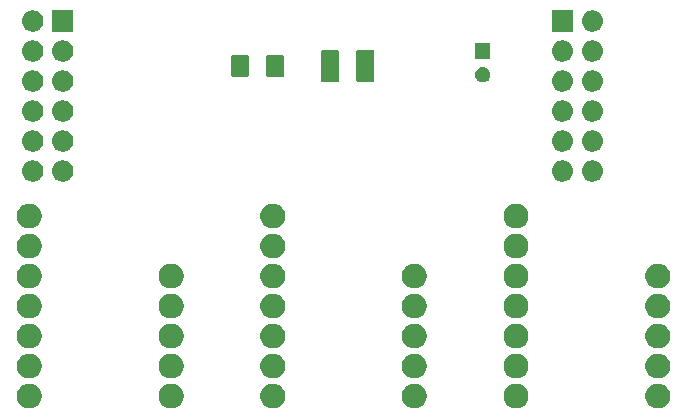
<source format=gbr>
G04 #@! TF.GenerationSoftware,KiCad,Pcbnew,(5.1.4)-1*
G04 #@! TF.CreationDate,2019-11-15T21:57:58+01:00*
G04 #@! TF.ProjectId,LEDClock,4c454443-6c6f-4636-9b2e-6b696361645f,rev?*
G04 #@! TF.SameCoordinates,Original*
G04 #@! TF.FileFunction,Soldermask,Top*
G04 #@! TF.FilePolarity,Negative*
%FSLAX46Y46*%
G04 Gerber Fmt 4.6, Leading zero omitted, Abs format (unit mm)*
G04 Created by KiCad (PCBNEW (5.1.4)-1) date 2019-11-15 21:57:58*
%MOMM*%
%LPD*%
G04 APERTURE LIST*
%ADD10C,0.100000*%
G04 APERTURE END LIST*
D10*
G36*
X170156564Y-93269389D02*
G01*
X170347833Y-93348615D01*
X170347835Y-93348616D01*
X170519973Y-93463635D01*
X170666365Y-93610027D01*
X170781385Y-93782167D01*
X170860611Y-93973436D01*
X170901000Y-94176484D01*
X170901000Y-94383516D01*
X170860611Y-94586564D01*
X170781385Y-94777833D01*
X170781384Y-94777835D01*
X170666365Y-94949973D01*
X170519973Y-95096365D01*
X170347835Y-95211384D01*
X170347834Y-95211385D01*
X170347833Y-95211385D01*
X170156564Y-95290611D01*
X169953516Y-95331000D01*
X169746484Y-95331000D01*
X169543436Y-95290611D01*
X169352167Y-95211385D01*
X169352166Y-95211385D01*
X169352165Y-95211384D01*
X169180027Y-95096365D01*
X169033635Y-94949973D01*
X168918616Y-94777835D01*
X168918615Y-94777833D01*
X168839389Y-94586564D01*
X168799000Y-94383516D01*
X168799000Y-94176484D01*
X168839389Y-93973436D01*
X168918615Y-93782167D01*
X169033635Y-93610027D01*
X169180027Y-93463635D01*
X169352165Y-93348616D01*
X169352167Y-93348615D01*
X169543436Y-93269389D01*
X169746484Y-93229000D01*
X169953516Y-93229000D01*
X170156564Y-93269389D01*
X170156564Y-93269389D01*
G37*
G36*
X128956564Y-93269389D02*
G01*
X129147833Y-93348615D01*
X129147835Y-93348616D01*
X129319973Y-93463635D01*
X129466365Y-93610027D01*
X129581385Y-93782167D01*
X129660611Y-93973436D01*
X129701000Y-94176484D01*
X129701000Y-94383516D01*
X129660611Y-94586564D01*
X129581385Y-94777833D01*
X129581384Y-94777835D01*
X129466365Y-94949973D01*
X129319973Y-95096365D01*
X129147835Y-95211384D01*
X129147834Y-95211385D01*
X129147833Y-95211385D01*
X128956564Y-95290611D01*
X128753516Y-95331000D01*
X128546484Y-95331000D01*
X128343436Y-95290611D01*
X128152167Y-95211385D01*
X128152166Y-95211385D01*
X128152165Y-95211384D01*
X127980027Y-95096365D01*
X127833635Y-94949973D01*
X127718616Y-94777835D01*
X127718615Y-94777833D01*
X127639389Y-94586564D01*
X127599000Y-94383516D01*
X127599000Y-94176484D01*
X127639389Y-93973436D01*
X127718615Y-93782167D01*
X127833635Y-93610027D01*
X127980027Y-93463635D01*
X128152165Y-93348616D01*
X128152167Y-93348615D01*
X128343436Y-93269389D01*
X128546484Y-93229000D01*
X128753516Y-93229000D01*
X128956564Y-93269389D01*
X128956564Y-93269389D01*
G37*
G36*
X116956564Y-93269389D02*
G01*
X117147833Y-93348615D01*
X117147835Y-93348616D01*
X117319973Y-93463635D01*
X117466365Y-93610027D01*
X117581385Y-93782167D01*
X117660611Y-93973436D01*
X117701000Y-94176484D01*
X117701000Y-94383516D01*
X117660611Y-94586564D01*
X117581385Y-94777833D01*
X117581384Y-94777835D01*
X117466365Y-94949973D01*
X117319973Y-95096365D01*
X117147835Y-95211384D01*
X117147834Y-95211385D01*
X117147833Y-95211385D01*
X116956564Y-95290611D01*
X116753516Y-95331000D01*
X116546484Y-95331000D01*
X116343436Y-95290611D01*
X116152167Y-95211385D01*
X116152166Y-95211385D01*
X116152165Y-95211384D01*
X115980027Y-95096365D01*
X115833635Y-94949973D01*
X115718616Y-94777835D01*
X115718615Y-94777833D01*
X115639389Y-94586564D01*
X115599000Y-94383516D01*
X115599000Y-94176484D01*
X115639389Y-93973436D01*
X115718615Y-93782167D01*
X115833635Y-93610027D01*
X115980027Y-93463635D01*
X116152165Y-93348616D01*
X116152167Y-93348615D01*
X116343436Y-93269389D01*
X116546484Y-93229000D01*
X116753516Y-93229000D01*
X116956564Y-93269389D01*
X116956564Y-93269389D01*
G37*
G36*
X137556564Y-93269389D02*
G01*
X137747833Y-93348615D01*
X137747835Y-93348616D01*
X137919973Y-93463635D01*
X138066365Y-93610027D01*
X138181385Y-93782167D01*
X138260611Y-93973436D01*
X138301000Y-94176484D01*
X138301000Y-94383516D01*
X138260611Y-94586564D01*
X138181385Y-94777833D01*
X138181384Y-94777835D01*
X138066365Y-94949973D01*
X137919973Y-95096365D01*
X137747835Y-95211384D01*
X137747834Y-95211385D01*
X137747833Y-95211385D01*
X137556564Y-95290611D01*
X137353516Y-95331000D01*
X137146484Y-95331000D01*
X136943436Y-95290611D01*
X136752167Y-95211385D01*
X136752166Y-95211385D01*
X136752165Y-95211384D01*
X136580027Y-95096365D01*
X136433635Y-94949973D01*
X136318616Y-94777835D01*
X136318615Y-94777833D01*
X136239389Y-94586564D01*
X136199000Y-94383516D01*
X136199000Y-94176484D01*
X136239389Y-93973436D01*
X136318615Y-93782167D01*
X136433635Y-93610027D01*
X136580027Y-93463635D01*
X136752165Y-93348616D01*
X136752167Y-93348615D01*
X136943436Y-93269389D01*
X137146484Y-93229000D01*
X137353516Y-93229000D01*
X137556564Y-93269389D01*
X137556564Y-93269389D01*
G37*
G36*
X149556564Y-93269389D02*
G01*
X149747833Y-93348615D01*
X149747835Y-93348616D01*
X149919973Y-93463635D01*
X150066365Y-93610027D01*
X150181385Y-93782167D01*
X150260611Y-93973436D01*
X150301000Y-94176484D01*
X150301000Y-94383516D01*
X150260611Y-94586564D01*
X150181385Y-94777833D01*
X150181384Y-94777835D01*
X150066365Y-94949973D01*
X149919973Y-95096365D01*
X149747835Y-95211384D01*
X149747834Y-95211385D01*
X149747833Y-95211385D01*
X149556564Y-95290611D01*
X149353516Y-95331000D01*
X149146484Y-95331000D01*
X148943436Y-95290611D01*
X148752167Y-95211385D01*
X148752166Y-95211385D01*
X148752165Y-95211384D01*
X148580027Y-95096365D01*
X148433635Y-94949973D01*
X148318616Y-94777835D01*
X148318615Y-94777833D01*
X148239389Y-94586564D01*
X148199000Y-94383516D01*
X148199000Y-94176484D01*
X148239389Y-93973436D01*
X148318615Y-93782167D01*
X148433635Y-93610027D01*
X148580027Y-93463635D01*
X148752165Y-93348616D01*
X148752167Y-93348615D01*
X148943436Y-93269389D01*
X149146484Y-93229000D01*
X149353516Y-93229000D01*
X149556564Y-93269389D01*
X149556564Y-93269389D01*
G37*
G36*
X158156564Y-93269389D02*
G01*
X158347833Y-93348615D01*
X158347835Y-93348616D01*
X158519973Y-93463635D01*
X158666365Y-93610027D01*
X158781385Y-93782167D01*
X158860611Y-93973436D01*
X158901000Y-94176484D01*
X158901000Y-94383516D01*
X158860611Y-94586564D01*
X158781385Y-94777833D01*
X158781384Y-94777835D01*
X158666365Y-94949973D01*
X158519973Y-95096365D01*
X158347835Y-95211384D01*
X158347834Y-95211385D01*
X158347833Y-95211385D01*
X158156564Y-95290611D01*
X157953516Y-95331000D01*
X157746484Y-95331000D01*
X157543436Y-95290611D01*
X157352167Y-95211385D01*
X157352166Y-95211385D01*
X157352165Y-95211384D01*
X157180027Y-95096365D01*
X157033635Y-94949973D01*
X156918616Y-94777835D01*
X156918615Y-94777833D01*
X156839389Y-94586564D01*
X156799000Y-94383516D01*
X156799000Y-94176484D01*
X156839389Y-93973436D01*
X156918615Y-93782167D01*
X157033635Y-93610027D01*
X157180027Y-93463635D01*
X157352165Y-93348616D01*
X157352167Y-93348615D01*
X157543436Y-93269389D01*
X157746484Y-93229000D01*
X157953516Y-93229000D01*
X158156564Y-93269389D01*
X158156564Y-93269389D01*
G37*
G36*
X137556564Y-90729389D02*
G01*
X137747833Y-90808615D01*
X137747835Y-90808616D01*
X137919973Y-90923635D01*
X138066365Y-91070027D01*
X138181385Y-91242167D01*
X138260611Y-91433436D01*
X138301000Y-91636484D01*
X138301000Y-91843516D01*
X138260611Y-92046564D01*
X138181385Y-92237833D01*
X138181384Y-92237835D01*
X138066365Y-92409973D01*
X137919973Y-92556365D01*
X137747835Y-92671384D01*
X137747834Y-92671385D01*
X137747833Y-92671385D01*
X137556564Y-92750611D01*
X137353516Y-92791000D01*
X137146484Y-92791000D01*
X136943436Y-92750611D01*
X136752167Y-92671385D01*
X136752166Y-92671385D01*
X136752165Y-92671384D01*
X136580027Y-92556365D01*
X136433635Y-92409973D01*
X136318616Y-92237835D01*
X136318615Y-92237833D01*
X136239389Y-92046564D01*
X136199000Y-91843516D01*
X136199000Y-91636484D01*
X136239389Y-91433436D01*
X136318615Y-91242167D01*
X136433635Y-91070027D01*
X136580027Y-90923635D01*
X136752165Y-90808616D01*
X136752167Y-90808615D01*
X136943436Y-90729389D01*
X137146484Y-90689000D01*
X137353516Y-90689000D01*
X137556564Y-90729389D01*
X137556564Y-90729389D01*
G37*
G36*
X149556564Y-90729389D02*
G01*
X149747833Y-90808615D01*
X149747835Y-90808616D01*
X149919973Y-90923635D01*
X150066365Y-91070027D01*
X150181385Y-91242167D01*
X150260611Y-91433436D01*
X150301000Y-91636484D01*
X150301000Y-91843516D01*
X150260611Y-92046564D01*
X150181385Y-92237833D01*
X150181384Y-92237835D01*
X150066365Y-92409973D01*
X149919973Y-92556365D01*
X149747835Y-92671384D01*
X149747834Y-92671385D01*
X149747833Y-92671385D01*
X149556564Y-92750611D01*
X149353516Y-92791000D01*
X149146484Y-92791000D01*
X148943436Y-92750611D01*
X148752167Y-92671385D01*
X148752166Y-92671385D01*
X148752165Y-92671384D01*
X148580027Y-92556365D01*
X148433635Y-92409973D01*
X148318616Y-92237835D01*
X148318615Y-92237833D01*
X148239389Y-92046564D01*
X148199000Y-91843516D01*
X148199000Y-91636484D01*
X148239389Y-91433436D01*
X148318615Y-91242167D01*
X148433635Y-91070027D01*
X148580027Y-90923635D01*
X148752165Y-90808616D01*
X148752167Y-90808615D01*
X148943436Y-90729389D01*
X149146484Y-90689000D01*
X149353516Y-90689000D01*
X149556564Y-90729389D01*
X149556564Y-90729389D01*
G37*
G36*
X116956564Y-90729389D02*
G01*
X117147833Y-90808615D01*
X117147835Y-90808616D01*
X117319973Y-90923635D01*
X117466365Y-91070027D01*
X117581385Y-91242167D01*
X117660611Y-91433436D01*
X117701000Y-91636484D01*
X117701000Y-91843516D01*
X117660611Y-92046564D01*
X117581385Y-92237833D01*
X117581384Y-92237835D01*
X117466365Y-92409973D01*
X117319973Y-92556365D01*
X117147835Y-92671384D01*
X117147834Y-92671385D01*
X117147833Y-92671385D01*
X116956564Y-92750611D01*
X116753516Y-92791000D01*
X116546484Y-92791000D01*
X116343436Y-92750611D01*
X116152167Y-92671385D01*
X116152166Y-92671385D01*
X116152165Y-92671384D01*
X115980027Y-92556365D01*
X115833635Y-92409973D01*
X115718616Y-92237835D01*
X115718615Y-92237833D01*
X115639389Y-92046564D01*
X115599000Y-91843516D01*
X115599000Y-91636484D01*
X115639389Y-91433436D01*
X115718615Y-91242167D01*
X115833635Y-91070027D01*
X115980027Y-90923635D01*
X116152165Y-90808616D01*
X116152167Y-90808615D01*
X116343436Y-90729389D01*
X116546484Y-90689000D01*
X116753516Y-90689000D01*
X116956564Y-90729389D01*
X116956564Y-90729389D01*
G37*
G36*
X128956564Y-90729389D02*
G01*
X129147833Y-90808615D01*
X129147835Y-90808616D01*
X129319973Y-90923635D01*
X129466365Y-91070027D01*
X129581385Y-91242167D01*
X129660611Y-91433436D01*
X129701000Y-91636484D01*
X129701000Y-91843516D01*
X129660611Y-92046564D01*
X129581385Y-92237833D01*
X129581384Y-92237835D01*
X129466365Y-92409973D01*
X129319973Y-92556365D01*
X129147835Y-92671384D01*
X129147834Y-92671385D01*
X129147833Y-92671385D01*
X128956564Y-92750611D01*
X128753516Y-92791000D01*
X128546484Y-92791000D01*
X128343436Y-92750611D01*
X128152167Y-92671385D01*
X128152166Y-92671385D01*
X128152165Y-92671384D01*
X127980027Y-92556365D01*
X127833635Y-92409973D01*
X127718616Y-92237835D01*
X127718615Y-92237833D01*
X127639389Y-92046564D01*
X127599000Y-91843516D01*
X127599000Y-91636484D01*
X127639389Y-91433436D01*
X127718615Y-91242167D01*
X127833635Y-91070027D01*
X127980027Y-90923635D01*
X128152165Y-90808616D01*
X128152167Y-90808615D01*
X128343436Y-90729389D01*
X128546484Y-90689000D01*
X128753516Y-90689000D01*
X128956564Y-90729389D01*
X128956564Y-90729389D01*
G37*
G36*
X170156564Y-90729389D02*
G01*
X170347833Y-90808615D01*
X170347835Y-90808616D01*
X170519973Y-90923635D01*
X170666365Y-91070027D01*
X170781385Y-91242167D01*
X170860611Y-91433436D01*
X170901000Y-91636484D01*
X170901000Y-91843516D01*
X170860611Y-92046564D01*
X170781385Y-92237833D01*
X170781384Y-92237835D01*
X170666365Y-92409973D01*
X170519973Y-92556365D01*
X170347835Y-92671384D01*
X170347834Y-92671385D01*
X170347833Y-92671385D01*
X170156564Y-92750611D01*
X169953516Y-92791000D01*
X169746484Y-92791000D01*
X169543436Y-92750611D01*
X169352167Y-92671385D01*
X169352166Y-92671385D01*
X169352165Y-92671384D01*
X169180027Y-92556365D01*
X169033635Y-92409973D01*
X168918616Y-92237835D01*
X168918615Y-92237833D01*
X168839389Y-92046564D01*
X168799000Y-91843516D01*
X168799000Y-91636484D01*
X168839389Y-91433436D01*
X168918615Y-91242167D01*
X169033635Y-91070027D01*
X169180027Y-90923635D01*
X169352165Y-90808616D01*
X169352167Y-90808615D01*
X169543436Y-90729389D01*
X169746484Y-90689000D01*
X169953516Y-90689000D01*
X170156564Y-90729389D01*
X170156564Y-90729389D01*
G37*
G36*
X158156564Y-90729389D02*
G01*
X158347833Y-90808615D01*
X158347835Y-90808616D01*
X158519973Y-90923635D01*
X158666365Y-91070027D01*
X158781385Y-91242167D01*
X158860611Y-91433436D01*
X158901000Y-91636484D01*
X158901000Y-91843516D01*
X158860611Y-92046564D01*
X158781385Y-92237833D01*
X158781384Y-92237835D01*
X158666365Y-92409973D01*
X158519973Y-92556365D01*
X158347835Y-92671384D01*
X158347834Y-92671385D01*
X158347833Y-92671385D01*
X158156564Y-92750611D01*
X157953516Y-92791000D01*
X157746484Y-92791000D01*
X157543436Y-92750611D01*
X157352167Y-92671385D01*
X157352166Y-92671385D01*
X157352165Y-92671384D01*
X157180027Y-92556365D01*
X157033635Y-92409973D01*
X156918616Y-92237835D01*
X156918615Y-92237833D01*
X156839389Y-92046564D01*
X156799000Y-91843516D01*
X156799000Y-91636484D01*
X156839389Y-91433436D01*
X156918615Y-91242167D01*
X157033635Y-91070027D01*
X157180027Y-90923635D01*
X157352165Y-90808616D01*
X157352167Y-90808615D01*
X157543436Y-90729389D01*
X157746484Y-90689000D01*
X157953516Y-90689000D01*
X158156564Y-90729389D01*
X158156564Y-90729389D01*
G37*
G36*
X128956564Y-88189389D02*
G01*
X129147833Y-88268615D01*
X129147835Y-88268616D01*
X129319973Y-88383635D01*
X129466365Y-88530027D01*
X129581385Y-88702167D01*
X129660611Y-88893436D01*
X129701000Y-89096484D01*
X129701000Y-89303516D01*
X129660611Y-89506564D01*
X129581385Y-89697833D01*
X129581384Y-89697835D01*
X129466365Y-89869973D01*
X129319973Y-90016365D01*
X129147835Y-90131384D01*
X129147834Y-90131385D01*
X129147833Y-90131385D01*
X128956564Y-90210611D01*
X128753516Y-90251000D01*
X128546484Y-90251000D01*
X128343436Y-90210611D01*
X128152167Y-90131385D01*
X128152166Y-90131385D01*
X128152165Y-90131384D01*
X127980027Y-90016365D01*
X127833635Y-89869973D01*
X127718616Y-89697835D01*
X127718615Y-89697833D01*
X127639389Y-89506564D01*
X127599000Y-89303516D01*
X127599000Y-89096484D01*
X127639389Y-88893436D01*
X127718615Y-88702167D01*
X127833635Y-88530027D01*
X127980027Y-88383635D01*
X128152165Y-88268616D01*
X128152167Y-88268615D01*
X128343436Y-88189389D01*
X128546484Y-88149000D01*
X128753516Y-88149000D01*
X128956564Y-88189389D01*
X128956564Y-88189389D01*
G37*
G36*
X116956564Y-88189389D02*
G01*
X117147833Y-88268615D01*
X117147835Y-88268616D01*
X117319973Y-88383635D01*
X117466365Y-88530027D01*
X117581385Y-88702167D01*
X117660611Y-88893436D01*
X117701000Y-89096484D01*
X117701000Y-89303516D01*
X117660611Y-89506564D01*
X117581385Y-89697833D01*
X117581384Y-89697835D01*
X117466365Y-89869973D01*
X117319973Y-90016365D01*
X117147835Y-90131384D01*
X117147834Y-90131385D01*
X117147833Y-90131385D01*
X116956564Y-90210611D01*
X116753516Y-90251000D01*
X116546484Y-90251000D01*
X116343436Y-90210611D01*
X116152167Y-90131385D01*
X116152166Y-90131385D01*
X116152165Y-90131384D01*
X115980027Y-90016365D01*
X115833635Y-89869973D01*
X115718616Y-89697835D01*
X115718615Y-89697833D01*
X115639389Y-89506564D01*
X115599000Y-89303516D01*
X115599000Y-89096484D01*
X115639389Y-88893436D01*
X115718615Y-88702167D01*
X115833635Y-88530027D01*
X115980027Y-88383635D01*
X116152165Y-88268616D01*
X116152167Y-88268615D01*
X116343436Y-88189389D01*
X116546484Y-88149000D01*
X116753516Y-88149000D01*
X116956564Y-88189389D01*
X116956564Y-88189389D01*
G37*
G36*
X158156564Y-88189389D02*
G01*
X158347833Y-88268615D01*
X158347835Y-88268616D01*
X158519973Y-88383635D01*
X158666365Y-88530027D01*
X158781385Y-88702167D01*
X158860611Y-88893436D01*
X158901000Y-89096484D01*
X158901000Y-89303516D01*
X158860611Y-89506564D01*
X158781385Y-89697833D01*
X158781384Y-89697835D01*
X158666365Y-89869973D01*
X158519973Y-90016365D01*
X158347835Y-90131384D01*
X158347834Y-90131385D01*
X158347833Y-90131385D01*
X158156564Y-90210611D01*
X157953516Y-90251000D01*
X157746484Y-90251000D01*
X157543436Y-90210611D01*
X157352167Y-90131385D01*
X157352166Y-90131385D01*
X157352165Y-90131384D01*
X157180027Y-90016365D01*
X157033635Y-89869973D01*
X156918616Y-89697835D01*
X156918615Y-89697833D01*
X156839389Y-89506564D01*
X156799000Y-89303516D01*
X156799000Y-89096484D01*
X156839389Y-88893436D01*
X156918615Y-88702167D01*
X157033635Y-88530027D01*
X157180027Y-88383635D01*
X157352165Y-88268616D01*
X157352167Y-88268615D01*
X157543436Y-88189389D01*
X157746484Y-88149000D01*
X157953516Y-88149000D01*
X158156564Y-88189389D01*
X158156564Y-88189389D01*
G37*
G36*
X149556564Y-88189389D02*
G01*
X149747833Y-88268615D01*
X149747835Y-88268616D01*
X149919973Y-88383635D01*
X150066365Y-88530027D01*
X150181385Y-88702167D01*
X150260611Y-88893436D01*
X150301000Y-89096484D01*
X150301000Y-89303516D01*
X150260611Y-89506564D01*
X150181385Y-89697833D01*
X150181384Y-89697835D01*
X150066365Y-89869973D01*
X149919973Y-90016365D01*
X149747835Y-90131384D01*
X149747834Y-90131385D01*
X149747833Y-90131385D01*
X149556564Y-90210611D01*
X149353516Y-90251000D01*
X149146484Y-90251000D01*
X148943436Y-90210611D01*
X148752167Y-90131385D01*
X148752166Y-90131385D01*
X148752165Y-90131384D01*
X148580027Y-90016365D01*
X148433635Y-89869973D01*
X148318616Y-89697835D01*
X148318615Y-89697833D01*
X148239389Y-89506564D01*
X148199000Y-89303516D01*
X148199000Y-89096484D01*
X148239389Y-88893436D01*
X148318615Y-88702167D01*
X148433635Y-88530027D01*
X148580027Y-88383635D01*
X148752165Y-88268616D01*
X148752167Y-88268615D01*
X148943436Y-88189389D01*
X149146484Y-88149000D01*
X149353516Y-88149000D01*
X149556564Y-88189389D01*
X149556564Y-88189389D01*
G37*
G36*
X170156564Y-88189389D02*
G01*
X170347833Y-88268615D01*
X170347835Y-88268616D01*
X170519973Y-88383635D01*
X170666365Y-88530027D01*
X170781385Y-88702167D01*
X170860611Y-88893436D01*
X170901000Y-89096484D01*
X170901000Y-89303516D01*
X170860611Y-89506564D01*
X170781385Y-89697833D01*
X170781384Y-89697835D01*
X170666365Y-89869973D01*
X170519973Y-90016365D01*
X170347835Y-90131384D01*
X170347834Y-90131385D01*
X170347833Y-90131385D01*
X170156564Y-90210611D01*
X169953516Y-90251000D01*
X169746484Y-90251000D01*
X169543436Y-90210611D01*
X169352167Y-90131385D01*
X169352166Y-90131385D01*
X169352165Y-90131384D01*
X169180027Y-90016365D01*
X169033635Y-89869973D01*
X168918616Y-89697835D01*
X168918615Y-89697833D01*
X168839389Y-89506564D01*
X168799000Y-89303516D01*
X168799000Y-89096484D01*
X168839389Y-88893436D01*
X168918615Y-88702167D01*
X169033635Y-88530027D01*
X169180027Y-88383635D01*
X169352165Y-88268616D01*
X169352167Y-88268615D01*
X169543436Y-88189389D01*
X169746484Y-88149000D01*
X169953516Y-88149000D01*
X170156564Y-88189389D01*
X170156564Y-88189389D01*
G37*
G36*
X137556564Y-88189389D02*
G01*
X137747833Y-88268615D01*
X137747835Y-88268616D01*
X137919973Y-88383635D01*
X138066365Y-88530027D01*
X138181385Y-88702167D01*
X138260611Y-88893436D01*
X138301000Y-89096484D01*
X138301000Y-89303516D01*
X138260611Y-89506564D01*
X138181385Y-89697833D01*
X138181384Y-89697835D01*
X138066365Y-89869973D01*
X137919973Y-90016365D01*
X137747835Y-90131384D01*
X137747834Y-90131385D01*
X137747833Y-90131385D01*
X137556564Y-90210611D01*
X137353516Y-90251000D01*
X137146484Y-90251000D01*
X136943436Y-90210611D01*
X136752167Y-90131385D01*
X136752166Y-90131385D01*
X136752165Y-90131384D01*
X136580027Y-90016365D01*
X136433635Y-89869973D01*
X136318616Y-89697835D01*
X136318615Y-89697833D01*
X136239389Y-89506564D01*
X136199000Y-89303516D01*
X136199000Y-89096484D01*
X136239389Y-88893436D01*
X136318615Y-88702167D01*
X136433635Y-88530027D01*
X136580027Y-88383635D01*
X136752165Y-88268616D01*
X136752167Y-88268615D01*
X136943436Y-88189389D01*
X137146484Y-88149000D01*
X137353516Y-88149000D01*
X137556564Y-88189389D01*
X137556564Y-88189389D01*
G37*
G36*
X116956564Y-85649389D02*
G01*
X117147833Y-85728615D01*
X117147835Y-85728616D01*
X117319973Y-85843635D01*
X117466365Y-85990027D01*
X117581385Y-86162167D01*
X117660611Y-86353436D01*
X117701000Y-86556484D01*
X117701000Y-86763516D01*
X117660611Y-86966564D01*
X117581385Y-87157833D01*
X117581384Y-87157835D01*
X117466365Y-87329973D01*
X117319973Y-87476365D01*
X117147835Y-87591384D01*
X117147834Y-87591385D01*
X117147833Y-87591385D01*
X116956564Y-87670611D01*
X116753516Y-87711000D01*
X116546484Y-87711000D01*
X116343436Y-87670611D01*
X116152167Y-87591385D01*
X116152166Y-87591385D01*
X116152165Y-87591384D01*
X115980027Y-87476365D01*
X115833635Y-87329973D01*
X115718616Y-87157835D01*
X115718615Y-87157833D01*
X115639389Y-86966564D01*
X115599000Y-86763516D01*
X115599000Y-86556484D01*
X115639389Y-86353436D01*
X115718615Y-86162167D01*
X115833635Y-85990027D01*
X115980027Y-85843635D01*
X116152165Y-85728616D01*
X116152167Y-85728615D01*
X116343436Y-85649389D01*
X116546484Y-85609000D01*
X116753516Y-85609000D01*
X116956564Y-85649389D01*
X116956564Y-85649389D01*
G37*
G36*
X128956564Y-85649389D02*
G01*
X129147833Y-85728615D01*
X129147835Y-85728616D01*
X129319973Y-85843635D01*
X129466365Y-85990027D01*
X129581385Y-86162167D01*
X129660611Y-86353436D01*
X129701000Y-86556484D01*
X129701000Y-86763516D01*
X129660611Y-86966564D01*
X129581385Y-87157833D01*
X129581384Y-87157835D01*
X129466365Y-87329973D01*
X129319973Y-87476365D01*
X129147835Y-87591384D01*
X129147834Y-87591385D01*
X129147833Y-87591385D01*
X128956564Y-87670611D01*
X128753516Y-87711000D01*
X128546484Y-87711000D01*
X128343436Y-87670611D01*
X128152167Y-87591385D01*
X128152166Y-87591385D01*
X128152165Y-87591384D01*
X127980027Y-87476365D01*
X127833635Y-87329973D01*
X127718616Y-87157835D01*
X127718615Y-87157833D01*
X127639389Y-86966564D01*
X127599000Y-86763516D01*
X127599000Y-86556484D01*
X127639389Y-86353436D01*
X127718615Y-86162167D01*
X127833635Y-85990027D01*
X127980027Y-85843635D01*
X128152165Y-85728616D01*
X128152167Y-85728615D01*
X128343436Y-85649389D01*
X128546484Y-85609000D01*
X128753516Y-85609000D01*
X128956564Y-85649389D01*
X128956564Y-85649389D01*
G37*
G36*
X158156564Y-85649389D02*
G01*
X158347833Y-85728615D01*
X158347835Y-85728616D01*
X158519973Y-85843635D01*
X158666365Y-85990027D01*
X158781385Y-86162167D01*
X158860611Y-86353436D01*
X158901000Y-86556484D01*
X158901000Y-86763516D01*
X158860611Y-86966564D01*
X158781385Y-87157833D01*
X158781384Y-87157835D01*
X158666365Y-87329973D01*
X158519973Y-87476365D01*
X158347835Y-87591384D01*
X158347834Y-87591385D01*
X158347833Y-87591385D01*
X158156564Y-87670611D01*
X157953516Y-87711000D01*
X157746484Y-87711000D01*
X157543436Y-87670611D01*
X157352167Y-87591385D01*
X157352166Y-87591385D01*
X157352165Y-87591384D01*
X157180027Y-87476365D01*
X157033635Y-87329973D01*
X156918616Y-87157835D01*
X156918615Y-87157833D01*
X156839389Y-86966564D01*
X156799000Y-86763516D01*
X156799000Y-86556484D01*
X156839389Y-86353436D01*
X156918615Y-86162167D01*
X157033635Y-85990027D01*
X157180027Y-85843635D01*
X157352165Y-85728616D01*
X157352167Y-85728615D01*
X157543436Y-85649389D01*
X157746484Y-85609000D01*
X157953516Y-85609000D01*
X158156564Y-85649389D01*
X158156564Y-85649389D01*
G37*
G36*
X170156564Y-85649389D02*
G01*
X170347833Y-85728615D01*
X170347835Y-85728616D01*
X170519973Y-85843635D01*
X170666365Y-85990027D01*
X170781385Y-86162167D01*
X170860611Y-86353436D01*
X170901000Y-86556484D01*
X170901000Y-86763516D01*
X170860611Y-86966564D01*
X170781385Y-87157833D01*
X170781384Y-87157835D01*
X170666365Y-87329973D01*
X170519973Y-87476365D01*
X170347835Y-87591384D01*
X170347834Y-87591385D01*
X170347833Y-87591385D01*
X170156564Y-87670611D01*
X169953516Y-87711000D01*
X169746484Y-87711000D01*
X169543436Y-87670611D01*
X169352167Y-87591385D01*
X169352166Y-87591385D01*
X169352165Y-87591384D01*
X169180027Y-87476365D01*
X169033635Y-87329973D01*
X168918616Y-87157835D01*
X168918615Y-87157833D01*
X168839389Y-86966564D01*
X168799000Y-86763516D01*
X168799000Y-86556484D01*
X168839389Y-86353436D01*
X168918615Y-86162167D01*
X169033635Y-85990027D01*
X169180027Y-85843635D01*
X169352165Y-85728616D01*
X169352167Y-85728615D01*
X169543436Y-85649389D01*
X169746484Y-85609000D01*
X169953516Y-85609000D01*
X170156564Y-85649389D01*
X170156564Y-85649389D01*
G37*
G36*
X137556564Y-85649389D02*
G01*
X137747833Y-85728615D01*
X137747835Y-85728616D01*
X137919973Y-85843635D01*
X138066365Y-85990027D01*
X138181385Y-86162167D01*
X138260611Y-86353436D01*
X138301000Y-86556484D01*
X138301000Y-86763516D01*
X138260611Y-86966564D01*
X138181385Y-87157833D01*
X138181384Y-87157835D01*
X138066365Y-87329973D01*
X137919973Y-87476365D01*
X137747835Y-87591384D01*
X137747834Y-87591385D01*
X137747833Y-87591385D01*
X137556564Y-87670611D01*
X137353516Y-87711000D01*
X137146484Y-87711000D01*
X136943436Y-87670611D01*
X136752167Y-87591385D01*
X136752166Y-87591385D01*
X136752165Y-87591384D01*
X136580027Y-87476365D01*
X136433635Y-87329973D01*
X136318616Y-87157835D01*
X136318615Y-87157833D01*
X136239389Y-86966564D01*
X136199000Y-86763516D01*
X136199000Y-86556484D01*
X136239389Y-86353436D01*
X136318615Y-86162167D01*
X136433635Y-85990027D01*
X136580027Y-85843635D01*
X136752165Y-85728616D01*
X136752167Y-85728615D01*
X136943436Y-85649389D01*
X137146484Y-85609000D01*
X137353516Y-85609000D01*
X137556564Y-85649389D01*
X137556564Y-85649389D01*
G37*
G36*
X149556564Y-85649389D02*
G01*
X149747833Y-85728615D01*
X149747835Y-85728616D01*
X149919973Y-85843635D01*
X150066365Y-85990027D01*
X150181385Y-86162167D01*
X150260611Y-86353436D01*
X150301000Y-86556484D01*
X150301000Y-86763516D01*
X150260611Y-86966564D01*
X150181385Y-87157833D01*
X150181384Y-87157835D01*
X150066365Y-87329973D01*
X149919973Y-87476365D01*
X149747835Y-87591384D01*
X149747834Y-87591385D01*
X149747833Y-87591385D01*
X149556564Y-87670611D01*
X149353516Y-87711000D01*
X149146484Y-87711000D01*
X148943436Y-87670611D01*
X148752167Y-87591385D01*
X148752166Y-87591385D01*
X148752165Y-87591384D01*
X148580027Y-87476365D01*
X148433635Y-87329973D01*
X148318616Y-87157835D01*
X148318615Y-87157833D01*
X148239389Y-86966564D01*
X148199000Y-86763516D01*
X148199000Y-86556484D01*
X148239389Y-86353436D01*
X148318615Y-86162167D01*
X148433635Y-85990027D01*
X148580027Y-85843635D01*
X148752165Y-85728616D01*
X148752167Y-85728615D01*
X148943436Y-85649389D01*
X149146484Y-85609000D01*
X149353516Y-85609000D01*
X149556564Y-85649389D01*
X149556564Y-85649389D01*
G37*
G36*
X158156564Y-83109389D02*
G01*
X158347833Y-83188615D01*
X158347835Y-83188616D01*
X158519973Y-83303635D01*
X158666365Y-83450027D01*
X158781385Y-83622167D01*
X158860611Y-83813436D01*
X158901000Y-84016484D01*
X158901000Y-84223516D01*
X158860611Y-84426564D01*
X158781385Y-84617833D01*
X158781384Y-84617835D01*
X158666365Y-84789973D01*
X158519973Y-84936365D01*
X158347835Y-85051384D01*
X158347834Y-85051385D01*
X158347833Y-85051385D01*
X158156564Y-85130611D01*
X157953516Y-85171000D01*
X157746484Y-85171000D01*
X157543436Y-85130611D01*
X157352167Y-85051385D01*
X157352166Y-85051385D01*
X157352165Y-85051384D01*
X157180027Y-84936365D01*
X157033635Y-84789973D01*
X156918616Y-84617835D01*
X156918615Y-84617833D01*
X156839389Y-84426564D01*
X156799000Y-84223516D01*
X156799000Y-84016484D01*
X156839389Y-83813436D01*
X156918615Y-83622167D01*
X157033635Y-83450027D01*
X157180027Y-83303635D01*
X157352165Y-83188616D01*
X157352167Y-83188615D01*
X157543436Y-83109389D01*
X157746484Y-83069000D01*
X157953516Y-83069000D01*
X158156564Y-83109389D01*
X158156564Y-83109389D01*
G37*
G36*
X137556564Y-83109389D02*
G01*
X137747833Y-83188615D01*
X137747835Y-83188616D01*
X137919973Y-83303635D01*
X138066365Y-83450027D01*
X138181385Y-83622167D01*
X138260611Y-83813436D01*
X138301000Y-84016484D01*
X138301000Y-84223516D01*
X138260611Y-84426564D01*
X138181385Y-84617833D01*
X138181384Y-84617835D01*
X138066365Y-84789973D01*
X137919973Y-84936365D01*
X137747835Y-85051384D01*
X137747834Y-85051385D01*
X137747833Y-85051385D01*
X137556564Y-85130611D01*
X137353516Y-85171000D01*
X137146484Y-85171000D01*
X136943436Y-85130611D01*
X136752167Y-85051385D01*
X136752166Y-85051385D01*
X136752165Y-85051384D01*
X136580027Y-84936365D01*
X136433635Y-84789973D01*
X136318616Y-84617835D01*
X136318615Y-84617833D01*
X136239389Y-84426564D01*
X136199000Y-84223516D01*
X136199000Y-84016484D01*
X136239389Y-83813436D01*
X136318615Y-83622167D01*
X136433635Y-83450027D01*
X136580027Y-83303635D01*
X136752165Y-83188616D01*
X136752167Y-83188615D01*
X136943436Y-83109389D01*
X137146484Y-83069000D01*
X137353516Y-83069000D01*
X137556564Y-83109389D01*
X137556564Y-83109389D01*
G37*
G36*
X116956564Y-83109389D02*
G01*
X117147833Y-83188615D01*
X117147835Y-83188616D01*
X117319973Y-83303635D01*
X117466365Y-83450027D01*
X117581385Y-83622167D01*
X117660611Y-83813436D01*
X117701000Y-84016484D01*
X117701000Y-84223516D01*
X117660611Y-84426564D01*
X117581385Y-84617833D01*
X117581384Y-84617835D01*
X117466365Y-84789973D01*
X117319973Y-84936365D01*
X117147835Y-85051384D01*
X117147834Y-85051385D01*
X117147833Y-85051385D01*
X116956564Y-85130611D01*
X116753516Y-85171000D01*
X116546484Y-85171000D01*
X116343436Y-85130611D01*
X116152167Y-85051385D01*
X116152166Y-85051385D01*
X116152165Y-85051384D01*
X115980027Y-84936365D01*
X115833635Y-84789973D01*
X115718616Y-84617835D01*
X115718615Y-84617833D01*
X115639389Y-84426564D01*
X115599000Y-84223516D01*
X115599000Y-84016484D01*
X115639389Y-83813436D01*
X115718615Y-83622167D01*
X115833635Y-83450027D01*
X115980027Y-83303635D01*
X116152165Y-83188616D01*
X116152167Y-83188615D01*
X116343436Y-83109389D01*
X116546484Y-83069000D01*
X116753516Y-83069000D01*
X116956564Y-83109389D01*
X116956564Y-83109389D01*
G37*
G36*
X128956564Y-83109389D02*
G01*
X129147833Y-83188615D01*
X129147835Y-83188616D01*
X129319973Y-83303635D01*
X129466365Y-83450027D01*
X129581385Y-83622167D01*
X129660611Y-83813436D01*
X129701000Y-84016484D01*
X129701000Y-84223516D01*
X129660611Y-84426564D01*
X129581385Y-84617833D01*
X129581384Y-84617835D01*
X129466365Y-84789973D01*
X129319973Y-84936365D01*
X129147835Y-85051384D01*
X129147834Y-85051385D01*
X129147833Y-85051385D01*
X128956564Y-85130611D01*
X128753516Y-85171000D01*
X128546484Y-85171000D01*
X128343436Y-85130611D01*
X128152167Y-85051385D01*
X128152166Y-85051385D01*
X128152165Y-85051384D01*
X127980027Y-84936365D01*
X127833635Y-84789973D01*
X127718616Y-84617835D01*
X127718615Y-84617833D01*
X127639389Y-84426564D01*
X127599000Y-84223516D01*
X127599000Y-84016484D01*
X127639389Y-83813436D01*
X127718615Y-83622167D01*
X127833635Y-83450027D01*
X127980027Y-83303635D01*
X128152165Y-83188616D01*
X128152167Y-83188615D01*
X128343436Y-83109389D01*
X128546484Y-83069000D01*
X128753516Y-83069000D01*
X128956564Y-83109389D01*
X128956564Y-83109389D01*
G37*
G36*
X170156564Y-83109389D02*
G01*
X170347833Y-83188615D01*
X170347835Y-83188616D01*
X170519973Y-83303635D01*
X170666365Y-83450027D01*
X170781385Y-83622167D01*
X170860611Y-83813436D01*
X170901000Y-84016484D01*
X170901000Y-84223516D01*
X170860611Y-84426564D01*
X170781385Y-84617833D01*
X170781384Y-84617835D01*
X170666365Y-84789973D01*
X170519973Y-84936365D01*
X170347835Y-85051384D01*
X170347834Y-85051385D01*
X170347833Y-85051385D01*
X170156564Y-85130611D01*
X169953516Y-85171000D01*
X169746484Y-85171000D01*
X169543436Y-85130611D01*
X169352167Y-85051385D01*
X169352166Y-85051385D01*
X169352165Y-85051384D01*
X169180027Y-84936365D01*
X169033635Y-84789973D01*
X168918616Y-84617835D01*
X168918615Y-84617833D01*
X168839389Y-84426564D01*
X168799000Y-84223516D01*
X168799000Y-84016484D01*
X168839389Y-83813436D01*
X168918615Y-83622167D01*
X169033635Y-83450027D01*
X169180027Y-83303635D01*
X169352165Y-83188616D01*
X169352167Y-83188615D01*
X169543436Y-83109389D01*
X169746484Y-83069000D01*
X169953516Y-83069000D01*
X170156564Y-83109389D01*
X170156564Y-83109389D01*
G37*
G36*
X149556564Y-83109389D02*
G01*
X149747833Y-83188615D01*
X149747835Y-83188616D01*
X149919973Y-83303635D01*
X150066365Y-83450027D01*
X150181385Y-83622167D01*
X150260611Y-83813436D01*
X150301000Y-84016484D01*
X150301000Y-84223516D01*
X150260611Y-84426564D01*
X150181385Y-84617833D01*
X150181384Y-84617835D01*
X150066365Y-84789973D01*
X149919973Y-84936365D01*
X149747835Y-85051384D01*
X149747834Y-85051385D01*
X149747833Y-85051385D01*
X149556564Y-85130611D01*
X149353516Y-85171000D01*
X149146484Y-85171000D01*
X148943436Y-85130611D01*
X148752167Y-85051385D01*
X148752166Y-85051385D01*
X148752165Y-85051384D01*
X148580027Y-84936365D01*
X148433635Y-84789973D01*
X148318616Y-84617835D01*
X148318615Y-84617833D01*
X148239389Y-84426564D01*
X148199000Y-84223516D01*
X148199000Y-84016484D01*
X148239389Y-83813436D01*
X148318615Y-83622167D01*
X148433635Y-83450027D01*
X148580027Y-83303635D01*
X148752165Y-83188616D01*
X148752167Y-83188615D01*
X148943436Y-83109389D01*
X149146484Y-83069000D01*
X149353516Y-83069000D01*
X149556564Y-83109389D01*
X149556564Y-83109389D01*
G37*
G36*
X158156564Y-80569389D02*
G01*
X158347833Y-80648615D01*
X158347835Y-80648616D01*
X158519973Y-80763635D01*
X158666365Y-80910027D01*
X158781385Y-81082167D01*
X158860611Y-81273436D01*
X158901000Y-81476484D01*
X158901000Y-81683516D01*
X158860611Y-81886564D01*
X158781385Y-82077833D01*
X158781384Y-82077835D01*
X158666365Y-82249973D01*
X158519973Y-82396365D01*
X158347835Y-82511384D01*
X158347834Y-82511385D01*
X158347833Y-82511385D01*
X158156564Y-82590611D01*
X157953516Y-82631000D01*
X157746484Y-82631000D01*
X157543436Y-82590611D01*
X157352167Y-82511385D01*
X157352166Y-82511385D01*
X157352165Y-82511384D01*
X157180027Y-82396365D01*
X157033635Y-82249973D01*
X156918616Y-82077835D01*
X156918615Y-82077833D01*
X156839389Y-81886564D01*
X156799000Y-81683516D01*
X156799000Y-81476484D01*
X156839389Y-81273436D01*
X156918615Y-81082167D01*
X157033635Y-80910027D01*
X157180027Y-80763635D01*
X157352165Y-80648616D01*
X157352167Y-80648615D01*
X157543436Y-80569389D01*
X157746484Y-80529000D01*
X157953516Y-80529000D01*
X158156564Y-80569389D01*
X158156564Y-80569389D01*
G37*
G36*
X116956564Y-80569389D02*
G01*
X117147833Y-80648615D01*
X117147835Y-80648616D01*
X117319973Y-80763635D01*
X117466365Y-80910027D01*
X117581385Y-81082167D01*
X117660611Y-81273436D01*
X117701000Y-81476484D01*
X117701000Y-81683516D01*
X117660611Y-81886564D01*
X117581385Y-82077833D01*
X117581384Y-82077835D01*
X117466365Y-82249973D01*
X117319973Y-82396365D01*
X117147835Y-82511384D01*
X117147834Y-82511385D01*
X117147833Y-82511385D01*
X116956564Y-82590611D01*
X116753516Y-82631000D01*
X116546484Y-82631000D01*
X116343436Y-82590611D01*
X116152167Y-82511385D01*
X116152166Y-82511385D01*
X116152165Y-82511384D01*
X115980027Y-82396365D01*
X115833635Y-82249973D01*
X115718616Y-82077835D01*
X115718615Y-82077833D01*
X115639389Y-81886564D01*
X115599000Y-81683516D01*
X115599000Y-81476484D01*
X115639389Y-81273436D01*
X115718615Y-81082167D01*
X115833635Y-80910027D01*
X115980027Y-80763635D01*
X116152165Y-80648616D01*
X116152167Y-80648615D01*
X116343436Y-80569389D01*
X116546484Y-80529000D01*
X116753516Y-80529000D01*
X116956564Y-80569389D01*
X116956564Y-80569389D01*
G37*
G36*
X137556564Y-80569389D02*
G01*
X137747833Y-80648615D01*
X137747835Y-80648616D01*
X137919973Y-80763635D01*
X138066365Y-80910027D01*
X138181385Y-81082167D01*
X138260611Y-81273436D01*
X138301000Y-81476484D01*
X138301000Y-81683516D01*
X138260611Y-81886564D01*
X138181385Y-82077833D01*
X138181384Y-82077835D01*
X138066365Y-82249973D01*
X137919973Y-82396365D01*
X137747835Y-82511384D01*
X137747834Y-82511385D01*
X137747833Y-82511385D01*
X137556564Y-82590611D01*
X137353516Y-82631000D01*
X137146484Y-82631000D01*
X136943436Y-82590611D01*
X136752167Y-82511385D01*
X136752166Y-82511385D01*
X136752165Y-82511384D01*
X136580027Y-82396365D01*
X136433635Y-82249973D01*
X136318616Y-82077835D01*
X136318615Y-82077833D01*
X136239389Y-81886564D01*
X136199000Y-81683516D01*
X136199000Y-81476484D01*
X136239389Y-81273436D01*
X136318615Y-81082167D01*
X136433635Y-80910027D01*
X136580027Y-80763635D01*
X136752165Y-80648616D01*
X136752167Y-80648615D01*
X136943436Y-80569389D01*
X137146484Y-80529000D01*
X137353516Y-80529000D01*
X137556564Y-80569389D01*
X137556564Y-80569389D01*
G37*
G36*
X158156564Y-78029389D02*
G01*
X158347833Y-78108615D01*
X158347835Y-78108616D01*
X158519973Y-78223635D01*
X158666365Y-78370027D01*
X158781385Y-78542167D01*
X158860611Y-78733436D01*
X158901000Y-78936484D01*
X158901000Y-79143516D01*
X158860611Y-79346564D01*
X158781385Y-79537833D01*
X158781384Y-79537835D01*
X158666365Y-79709973D01*
X158519973Y-79856365D01*
X158347835Y-79971384D01*
X158347834Y-79971385D01*
X158347833Y-79971385D01*
X158156564Y-80050611D01*
X157953516Y-80091000D01*
X157746484Y-80091000D01*
X157543436Y-80050611D01*
X157352167Y-79971385D01*
X157352166Y-79971385D01*
X157352165Y-79971384D01*
X157180027Y-79856365D01*
X157033635Y-79709973D01*
X156918616Y-79537835D01*
X156918615Y-79537833D01*
X156839389Y-79346564D01*
X156799000Y-79143516D01*
X156799000Y-78936484D01*
X156839389Y-78733436D01*
X156918615Y-78542167D01*
X157033635Y-78370027D01*
X157180027Y-78223635D01*
X157352165Y-78108616D01*
X157352167Y-78108615D01*
X157543436Y-78029389D01*
X157746484Y-77989000D01*
X157953516Y-77989000D01*
X158156564Y-78029389D01*
X158156564Y-78029389D01*
G37*
G36*
X116956564Y-78029389D02*
G01*
X117147833Y-78108615D01*
X117147835Y-78108616D01*
X117319973Y-78223635D01*
X117466365Y-78370027D01*
X117581385Y-78542167D01*
X117660611Y-78733436D01*
X117701000Y-78936484D01*
X117701000Y-79143516D01*
X117660611Y-79346564D01*
X117581385Y-79537833D01*
X117581384Y-79537835D01*
X117466365Y-79709973D01*
X117319973Y-79856365D01*
X117147835Y-79971384D01*
X117147834Y-79971385D01*
X117147833Y-79971385D01*
X116956564Y-80050611D01*
X116753516Y-80091000D01*
X116546484Y-80091000D01*
X116343436Y-80050611D01*
X116152167Y-79971385D01*
X116152166Y-79971385D01*
X116152165Y-79971384D01*
X115980027Y-79856365D01*
X115833635Y-79709973D01*
X115718616Y-79537835D01*
X115718615Y-79537833D01*
X115639389Y-79346564D01*
X115599000Y-79143516D01*
X115599000Y-78936484D01*
X115639389Y-78733436D01*
X115718615Y-78542167D01*
X115833635Y-78370027D01*
X115980027Y-78223635D01*
X116152165Y-78108616D01*
X116152167Y-78108615D01*
X116343436Y-78029389D01*
X116546484Y-77989000D01*
X116753516Y-77989000D01*
X116956564Y-78029389D01*
X116956564Y-78029389D01*
G37*
G36*
X137556564Y-78029389D02*
G01*
X137747833Y-78108615D01*
X137747835Y-78108616D01*
X137919973Y-78223635D01*
X138066365Y-78370027D01*
X138181385Y-78542167D01*
X138260611Y-78733436D01*
X138301000Y-78936484D01*
X138301000Y-79143516D01*
X138260611Y-79346564D01*
X138181385Y-79537833D01*
X138181384Y-79537835D01*
X138066365Y-79709973D01*
X137919973Y-79856365D01*
X137747835Y-79971384D01*
X137747834Y-79971385D01*
X137747833Y-79971385D01*
X137556564Y-80050611D01*
X137353516Y-80091000D01*
X137146484Y-80091000D01*
X136943436Y-80050611D01*
X136752167Y-79971385D01*
X136752166Y-79971385D01*
X136752165Y-79971384D01*
X136580027Y-79856365D01*
X136433635Y-79709973D01*
X136318616Y-79537835D01*
X136318615Y-79537833D01*
X136239389Y-79346564D01*
X136199000Y-79143516D01*
X136199000Y-78936484D01*
X136239389Y-78733436D01*
X136318615Y-78542167D01*
X136433635Y-78370027D01*
X136580027Y-78223635D01*
X136752165Y-78108616D01*
X136752167Y-78108615D01*
X136943436Y-78029389D01*
X137146484Y-77989000D01*
X137353516Y-77989000D01*
X137556564Y-78029389D01*
X137556564Y-78029389D01*
G37*
G36*
X161890443Y-74335519D02*
G01*
X161956627Y-74342037D01*
X162126466Y-74393557D01*
X162282991Y-74477222D01*
X162318729Y-74506552D01*
X162420186Y-74589814D01*
X162503448Y-74691271D01*
X162532778Y-74727009D01*
X162616443Y-74883534D01*
X162667963Y-75053373D01*
X162685359Y-75230000D01*
X162667963Y-75406627D01*
X162616443Y-75576466D01*
X162532778Y-75732991D01*
X162503448Y-75768729D01*
X162420186Y-75870186D01*
X162318729Y-75953448D01*
X162282991Y-75982778D01*
X162126466Y-76066443D01*
X161956627Y-76117963D01*
X161890443Y-76124481D01*
X161824260Y-76131000D01*
X161735740Y-76131000D01*
X161669557Y-76124481D01*
X161603373Y-76117963D01*
X161433534Y-76066443D01*
X161277009Y-75982778D01*
X161241271Y-75953448D01*
X161139814Y-75870186D01*
X161056552Y-75768729D01*
X161027222Y-75732991D01*
X160943557Y-75576466D01*
X160892037Y-75406627D01*
X160874641Y-75230000D01*
X160892037Y-75053373D01*
X160943557Y-74883534D01*
X161027222Y-74727009D01*
X161056552Y-74691271D01*
X161139814Y-74589814D01*
X161241271Y-74506552D01*
X161277009Y-74477222D01*
X161433534Y-74393557D01*
X161603373Y-74342037D01*
X161669557Y-74335519D01*
X161735740Y-74329000D01*
X161824260Y-74329000D01*
X161890443Y-74335519D01*
X161890443Y-74335519D01*
G37*
G36*
X117040443Y-74335519D02*
G01*
X117106627Y-74342037D01*
X117276466Y-74393557D01*
X117432991Y-74477222D01*
X117468729Y-74506552D01*
X117570186Y-74589814D01*
X117653448Y-74691271D01*
X117682778Y-74727009D01*
X117766443Y-74883534D01*
X117817963Y-75053373D01*
X117835359Y-75230000D01*
X117817963Y-75406627D01*
X117766443Y-75576466D01*
X117682778Y-75732991D01*
X117653448Y-75768729D01*
X117570186Y-75870186D01*
X117468729Y-75953448D01*
X117432991Y-75982778D01*
X117276466Y-76066443D01*
X117106627Y-76117963D01*
X117040443Y-76124481D01*
X116974260Y-76131000D01*
X116885740Y-76131000D01*
X116819557Y-76124481D01*
X116753373Y-76117963D01*
X116583534Y-76066443D01*
X116427009Y-75982778D01*
X116391271Y-75953448D01*
X116289814Y-75870186D01*
X116206552Y-75768729D01*
X116177222Y-75732991D01*
X116093557Y-75576466D01*
X116042037Y-75406627D01*
X116024641Y-75230000D01*
X116042037Y-75053373D01*
X116093557Y-74883534D01*
X116177222Y-74727009D01*
X116206552Y-74691271D01*
X116289814Y-74589814D01*
X116391271Y-74506552D01*
X116427009Y-74477222D01*
X116583534Y-74393557D01*
X116753373Y-74342037D01*
X116819557Y-74335519D01*
X116885740Y-74329000D01*
X116974260Y-74329000D01*
X117040443Y-74335519D01*
X117040443Y-74335519D01*
G37*
G36*
X119580443Y-74335519D02*
G01*
X119646627Y-74342037D01*
X119816466Y-74393557D01*
X119972991Y-74477222D01*
X120008729Y-74506552D01*
X120110186Y-74589814D01*
X120193448Y-74691271D01*
X120222778Y-74727009D01*
X120306443Y-74883534D01*
X120357963Y-75053373D01*
X120375359Y-75230000D01*
X120357963Y-75406627D01*
X120306443Y-75576466D01*
X120222778Y-75732991D01*
X120193448Y-75768729D01*
X120110186Y-75870186D01*
X120008729Y-75953448D01*
X119972991Y-75982778D01*
X119816466Y-76066443D01*
X119646627Y-76117963D01*
X119580443Y-76124481D01*
X119514260Y-76131000D01*
X119425740Y-76131000D01*
X119359557Y-76124481D01*
X119293373Y-76117963D01*
X119123534Y-76066443D01*
X118967009Y-75982778D01*
X118931271Y-75953448D01*
X118829814Y-75870186D01*
X118746552Y-75768729D01*
X118717222Y-75732991D01*
X118633557Y-75576466D01*
X118582037Y-75406627D01*
X118564641Y-75230000D01*
X118582037Y-75053373D01*
X118633557Y-74883534D01*
X118717222Y-74727009D01*
X118746552Y-74691271D01*
X118829814Y-74589814D01*
X118931271Y-74506552D01*
X118967009Y-74477222D01*
X119123534Y-74393557D01*
X119293373Y-74342037D01*
X119359557Y-74335519D01*
X119425740Y-74329000D01*
X119514260Y-74329000D01*
X119580443Y-74335519D01*
X119580443Y-74335519D01*
G37*
G36*
X164430443Y-74335519D02*
G01*
X164496627Y-74342037D01*
X164666466Y-74393557D01*
X164822991Y-74477222D01*
X164858729Y-74506552D01*
X164960186Y-74589814D01*
X165043448Y-74691271D01*
X165072778Y-74727009D01*
X165156443Y-74883534D01*
X165207963Y-75053373D01*
X165225359Y-75230000D01*
X165207963Y-75406627D01*
X165156443Y-75576466D01*
X165072778Y-75732991D01*
X165043448Y-75768729D01*
X164960186Y-75870186D01*
X164858729Y-75953448D01*
X164822991Y-75982778D01*
X164666466Y-76066443D01*
X164496627Y-76117963D01*
X164430443Y-76124481D01*
X164364260Y-76131000D01*
X164275740Y-76131000D01*
X164209557Y-76124481D01*
X164143373Y-76117963D01*
X163973534Y-76066443D01*
X163817009Y-75982778D01*
X163781271Y-75953448D01*
X163679814Y-75870186D01*
X163596552Y-75768729D01*
X163567222Y-75732991D01*
X163483557Y-75576466D01*
X163432037Y-75406627D01*
X163414641Y-75230000D01*
X163432037Y-75053373D01*
X163483557Y-74883534D01*
X163567222Y-74727009D01*
X163596552Y-74691271D01*
X163679814Y-74589814D01*
X163781271Y-74506552D01*
X163817009Y-74477222D01*
X163973534Y-74393557D01*
X164143373Y-74342037D01*
X164209557Y-74335519D01*
X164275740Y-74329000D01*
X164364260Y-74329000D01*
X164430443Y-74335519D01*
X164430443Y-74335519D01*
G37*
G36*
X164430442Y-71795518D02*
G01*
X164496627Y-71802037D01*
X164666466Y-71853557D01*
X164822991Y-71937222D01*
X164858729Y-71966552D01*
X164960186Y-72049814D01*
X165043448Y-72151271D01*
X165072778Y-72187009D01*
X165156443Y-72343534D01*
X165207963Y-72513373D01*
X165225359Y-72690000D01*
X165207963Y-72866627D01*
X165156443Y-73036466D01*
X165072778Y-73192991D01*
X165043448Y-73228729D01*
X164960186Y-73330186D01*
X164858729Y-73413448D01*
X164822991Y-73442778D01*
X164666466Y-73526443D01*
X164496627Y-73577963D01*
X164430442Y-73584482D01*
X164364260Y-73591000D01*
X164275740Y-73591000D01*
X164209558Y-73584482D01*
X164143373Y-73577963D01*
X163973534Y-73526443D01*
X163817009Y-73442778D01*
X163781271Y-73413448D01*
X163679814Y-73330186D01*
X163596552Y-73228729D01*
X163567222Y-73192991D01*
X163483557Y-73036466D01*
X163432037Y-72866627D01*
X163414641Y-72690000D01*
X163432037Y-72513373D01*
X163483557Y-72343534D01*
X163567222Y-72187009D01*
X163596552Y-72151271D01*
X163679814Y-72049814D01*
X163781271Y-71966552D01*
X163817009Y-71937222D01*
X163973534Y-71853557D01*
X164143373Y-71802037D01*
X164209558Y-71795518D01*
X164275740Y-71789000D01*
X164364260Y-71789000D01*
X164430442Y-71795518D01*
X164430442Y-71795518D01*
G37*
G36*
X161890442Y-71795518D02*
G01*
X161956627Y-71802037D01*
X162126466Y-71853557D01*
X162282991Y-71937222D01*
X162318729Y-71966552D01*
X162420186Y-72049814D01*
X162503448Y-72151271D01*
X162532778Y-72187009D01*
X162616443Y-72343534D01*
X162667963Y-72513373D01*
X162685359Y-72690000D01*
X162667963Y-72866627D01*
X162616443Y-73036466D01*
X162532778Y-73192991D01*
X162503448Y-73228729D01*
X162420186Y-73330186D01*
X162318729Y-73413448D01*
X162282991Y-73442778D01*
X162126466Y-73526443D01*
X161956627Y-73577963D01*
X161890442Y-73584482D01*
X161824260Y-73591000D01*
X161735740Y-73591000D01*
X161669558Y-73584482D01*
X161603373Y-73577963D01*
X161433534Y-73526443D01*
X161277009Y-73442778D01*
X161241271Y-73413448D01*
X161139814Y-73330186D01*
X161056552Y-73228729D01*
X161027222Y-73192991D01*
X160943557Y-73036466D01*
X160892037Y-72866627D01*
X160874641Y-72690000D01*
X160892037Y-72513373D01*
X160943557Y-72343534D01*
X161027222Y-72187009D01*
X161056552Y-72151271D01*
X161139814Y-72049814D01*
X161241271Y-71966552D01*
X161277009Y-71937222D01*
X161433534Y-71853557D01*
X161603373Y-71802037D01*
X161669558Y-71795518D01*
X161735740Y-71789000D01*
X161824260Y-71789000D01*
X161890442Y-71795518D01*
X161890442Y-71795518D01*
G37*
G36*
X117040442Y-71795518D02*
G01*
X117106627Y-71802037D01*
X117276466Y-71853557D01*
X117432991Y-71937222D01*
X117468729Y-71966552D01*
X117570186Y-72049814D01*
X117653448Y-72151271D01*
X117682778Y-72187009D01*
X117766443Y-72343534D01*
X117817963Y-72513373D01*
X117835359Y-72690000D01*
X117817963Y-72866627D01*
X117766443Y-73036466D01*
X117682778Y-73192991D01*
X117653448Y-73228729D01*
X117570186Y-73330186D01*
X117468729Y-73413448D01*
X117432991Y-73442778D01*
X117276466Y-73526443D01*
X117106627Y-73577963D01*
X117040442Y-73584482D01*
X116974260Y-73591000D01*
X116885740Y-73591000D01*
X116819558Y-73584482D01*
X116753373Y-73577963D01*
X116583534Y-73526443D01*
X116427009Y-73442778D01*
X116391271Y-73413448D01*
X116289814Y-73330186D01*
X116206552Y-73228729D01*
X116177222Y-73192991D01*
X116093557Y-73036466D01*
X116042037Y-72866627D01*
X116024641Y-72690000D01*
X116042037Y-72513373D01*
X116093557Y-72343534D01*
X116177222Y-72187009D01*
X116206552Y-72151271D01*
X116289814Y-72049814D01*
X116391271Y-71966552D01*
X116427009Y-71937222D01*
X116583534Y-71853557D01*
X116753373Y-71802037D01*
X116819558Y-71795518D01*
X116885740Y-71789000D01*
X116974260Y-71789000D01*
X117040442Y-71795518D01*
X117040442Y-71795518D01*
G37*
G36*
X119580442Y-71795518D02*
G01*
X119646627Y-71802037D01*
X119816466Y-71853557D01*
X119972991Y-71937222D01*
X120008729Y-71966552D01*
X120110186Y-72049814D01*
X120193448Y-72151271D01*
X120222778Y-72187009D01*
X120306443Y-72343534D01*
X120357963Y-72513373D01*
X120375359Y-72690000D01*
X120357963Y-72866627D01*
X120306443Y-73036466D01*
X120222778Y-73192991D01*
X120193448Y-73228729D01*
X120110186Y-73330186D01*
X120008729Y-73413448D01*
X119972991Y-73442778D01*
X119816466Y-73526443D01*
X119646627Y-73577963D01*
X119580442Y-73584482D01*
X119514260Y-73591000D01*
X119425740Y-73591000D01*
X119359558Y-73584482D01*
X119293373Y-73577963D01*
X119123534Y-73526443D01*
X118967009Y-73442778D01*
X118931271Y-73413448D01*
X118829814Y-73330186D01*
X118746552Y-73228729D01*
X118717222Y-73192991D01*
X118633557Y-73036466D01*
X118582037Y-72866627D01*
X118564641Y-72690000D01*
X118582037Y-72513373D01*
X118633557Y-72343534D01*
X118717222Y-72187009D01*
X118746552Y-72151271D01*
X118829814Y-72049814D01*
X118931271Y-71966552D01*
X118967009Y-71937222D01*
X119123534Y-71853557D01*
X119293373Y-71802037D01*
X119359558Y-71795518D01*
X119425740Y-71789000D01*
X119514260Y-71789000D01*
X119580442Y-71795518D01*
X119580442Y-71795518D01*
G37*
G36*
X119580443Y-69255519D02*
G01*
X119646627Y-69262037D01*
X119816466Y-69313557D01*
X119972991Y-69397222D01*
X120008729Y-69426552D01*
X120110186Y-69509814D01*
X120193448Y-69611271D01*
X120222778Y-69647009D01*
X120306443Y-69803534D01*
X120357963Y-69973373D01*
X120375359Y-70150000D01*
X120357963Y-70326627D01*
X120306443Y-70496466D01*
X120222778Y-70652991D01*
X120193448Y-70688729D01*
X120110186Y-70790186D01*
X120008729Y-70873448D01*
X119972991Y-70902778D01*
X119816466Y-70986443D01*
X119646627Y-71037963D01*
X119580443Y-71044481D01*
X119514260Y-71051000D01*
X119425740Y-71051000D01*
X119359557Y-71044481D01*
X119293373Y-71037963D01*
X119123534Y-70986443D01*
X118967009Y-70902778D01*
X118931271Y-70873448D01*
X118829814Y-70790186D01*
X118746552Y-70688729D01*
X118717222Y-70652991D01*
X118633557Y-70496466D01*
X118582037Y-70326627D01*
X118564641Y-70150000D01*
X118582037Y-69973373D01*
X118633557Y-69803534D01*
X118717222Y-69647009D01*
X118746552Y-69611271D01*
X118829814Y-69509814D01*
X118931271Y-69426552D01*
X118967009Y-69397222D01*
X119123534Y-69313557D01*
X119293373Y-69262037D01*
X119359557Y-69255519D01*
X119425740Y-69249000D01*
X119514260Y-69249000D01*
X119580443Y-69255519D01*
X119580443Y-69255519D01*
G37*
G36*
X161890443Y-69255519D02*
G01*
X161956627Y-69262037D01*
X162126466Y-69313557D01*
X162282991Y-69397222D01*
X162318729Y-69426552D01*
X162420186Y-69509814D01*
X162503448Y-69611271D01*
X162532778Y-69647009D01*
X162616443Y-69803534D01*
X162667963Y-69973373D01*
X162685359Y-70150000D01*
X162667963Y-70326627D01*
X162616443Y-70496466D01*
X162532778Y-70652991D01*
X162503448Y-70688729D01*
X162420186Y-70790186D01*
X162318729Y-70873448D01*
X162282991Y-70902778D01*
X162126466Y-70986443D01*
X161956627Y-71037963D01*
X161890443Y-71044481D01*
X161824260Y-71051000D01*
X161735740Y-71051000D01*
X161669557Y-71044481D01*
X161603373Y-71037963D01*
X161433534Y-70986443D01*
X161277009Y-70902778D01*
X161241271Y-70873448D01*
X161139814Y-70790186D01*
X161056552Y-70688729D01*
X161027222Y-70652991D01*
X160943557Y-70496466D01*
X160892037Y-70326627D01*
X160874641Y-70150000D01*
X160892037Y-69973373D01*
X160943557Y-69803534D01*
X161027222Y-69647009D01*
X161056552Y-69611271D01*
X161139814Y-69509814D01*
X161241271Y-69426552D01*
X161277009Y-69397222D01*
X161433534Y-69313557D01*
X161603373Y-69262037D01*
X161669557Y-69255519D01*
X161735740Y-69249000D01*
X161824260Y-69249000D01*
X161890443Y-69255519D01*
X161890443Y-69255519D01*
G37*
G36*
X164430443Y-69255519D02*
G01*
X164496627Y-69262037D01*
X164666466Y-69313557D01*
X164822991Y-69397222D01*
X164858729Y-69426552D01*
X164960186Y-69509814D01*
X165043448Y-69611271D01*
X165072778Y-69647009D01*
X165156443Y-69803534D01*
X165207963Y-69973373D01*
X165225359Y-70150000D01*
X165207963Y-70326627D01*
X165156443Y-70496466D01*
X165072778Y-70652991D01*
X165043448Y-70688729D01*
X164960186Y-70790186D01*
X164858729Y-70873448D01*
X164822991Y-70902778D01*
X164666466Y-70986443D01*
X164496627Y-71037963D01*
X164430443Y-71044481D01*
X164364260Y-71051000D01*
X164275740Y-71051000D01*
X164209557Y-71044481D01*
X164143373Y-71037963D01*
X163973534Y-70986443D01*
X163817009Y-70902778D01*
X163781271Y-70873448D01*
X163679814Y-70790186D01*
X163596552Y-70688729D01*
X163567222Y-70652991D01*
X163483557Y-70496466D01*
X163432037Y-70326627D01*
X163414641Y-70150000D01*
X163432037Y-69973373D01*
X163483557Y-69803534D01*
X163567222Y-69647009D01*
X163596552Y-69611271D01*
X163679814Y-69509814D01*
X163781271Y-69426552D01*
X163817009Y-69397222D01*
X163973534Y-69313557D01*
X164143373Y-69262037D01*
X164209557Y-69255519D01*
X164275740Y-69249000D01*
X164364260Y-69249000D01*
X164430443Y-69255519D01*
X164430443Y-69255519D01*
G37*
G36*
X117040443Y-69255519D02*
G01*
X117106627Y-69262037D01*
X117276466Y-69313557D01*
X117432991Y-69397222D01*
X117468729Y-69426552D01*
X117570186Y-69509814D01*
X117653448Y-69611271D01*
X117682778Y-69647009D01*
X117766443Y-69803534D01*
X117817963Y-69973373D01*
X117835359Y-70150000D01*
X117817963Y-70326627D01*
X117766443Y-70496466D01*
X117682778Y-70652991D01*
X117653448Y-70688729D01*
X117570186Y-70790186D01*
X117468729Y-70873448D01*
X117432991Y-70902778D01*
X117276466Y-70986443D01*
X117106627Y-71037963D01*
X117040443Y-71044481D01*
X116974260Y-71051000D01*
X116885740Y-71051000D01*
X116819557Y-71044481D01*
X116753373Y-71037963D01*
X116583534Y-70986443D01*
X116427009Y-70902778D01*
X116391271Y-70873448D01*
X116289814Y-70790186D01*
X116206552Y-70688729D01*
X116177222Y-70652991D01*
X116093557Y-70496466D01*
X116042037Y-70326627D01*
X116024641Y-70150000D01*
X116042037Y-69973373D01*
X116093557Y-69803534D01*
X116177222Y-69647009D01*
X116206552Y-69611271D01*
X116289814Y-69509814D01*
X116391271Y-69426552D01*
X116427009Y-69397222D01*
X116583534Y-69313557D01*
X116753373Y-69262037D01*
X116819557Y-69255519D01*
X116885740Y-69249000D01*
X116974260Y-69249000D01*
X117040443Y-69255519D01*
X117040443Y-69255519D01*
G37*
G36*
X119580442Y-66715518D02*
G01*
X119646627Y-66722037D01*
X119816466Y-66773557D01*
X119972991Y-66857222D01*
X120000880Y-66880110D01*
X120110186Y-66969814D01*
X120193448Y-67071271D01*
X120222778Y-67107009D01*
X120306443Y-67263534D01*
X120357963Y-67433373D01*
X120375359Y-67610000D01*
X120357963Y-67786627D01*
X120306443Y-67956466D01*
X120222778Y-68112991D01*
X120193448Y-68148729D01*
X120110186Y-68250186D01*
X120008729Y-68333448D01*
X119972991Y-68362778D01*
X119816466Y-68446443D01*
X119646627Y-68497963D01*
X119580443Y-68504481D01*
X119514260Y-68511000D01*
X119425740Y-68511000D01*
X119359557Y-68504481D01*
X119293373Y-68497963D01*
X119123534Y-68446443D01*
X118967009Y-68362778D01*
X118931271Y-68333448D01*
X118829814Y-68250186D01*
X118746552Y-68148729D01*
X118717222Y-68112991D01*
X118633557Y-67956466D01*
X118582037Y-67786627D01*
X118564641Y-67610000D01*
X118582037Y-67433373D01*
X118633557Y-67263534D01*
X118717222Y-67107009D01*
X118746552Y-67071271D01*
X118829814Y-66969814D01*
X118939120Y-66880110D01*
X118967009Y-66857222D01*
X119123534Y-66773557D01*
X119293373Y-66722037D01*
X119359558Y-66715518D01*
X119425740Y-66709000D01*
X119514260Y-66709000D01*
X119580442Y-66715518D01*
X119580442Y-66715518D01*
G37*
G36*
X117040442Y-66715518D02*
G01*
X117106627Y-66722037D01*
X117276466Y-66773557D01*
X117432991Y-66857222D01*
X117460880Y-66880110D01*
X117570186Y-66969814D01*
X117653448Y-67071271D01*
X117682778Y-67107009D01*
X117766443Y-67263534D01*
X117817963Y-67433373D01*
X117835359Y-67610000D01*
X117817963Y-67786627D01*
X117766443Y-67956466D01*
X117682778Y-68112991D01*
X117653448Y-68148729D01*
X117570186Y-68250186D01*
X117468729Y-68333448D01*
X117432991Y-68362778D01*
X117276466Y-68446443D01*
X117106627Y-68497963D01*
X117040443Y-68504481D01*
X116974260Y-68511000D01*
X116885740Y-68511000D01*
X116819557Y-68504481D01*
X116753373Y-68497963D01*
X116583534Y-68446443D01*
X116427009Y-68362778D01*
X116391271Y-68333448D01*
X116289814Y-68250186D01*
X116206552Y-68148729D01*
X116177222Y-68112991D01*
X116093557Y-67956466D01*
X116042037Y-67786627D01*
X116024641Y-67610000D01*
X116042037Y-67433373D01*
X116093557Y-67263534D01*
X116177222Y-67107009D01*
X116206552Y-67071271D01*
X116289814Y-66969814D01*
X116399120Y-66880110D01*
X116427009Y-66857222D01*
X116583534Y-66773557D01*
X116753373Y-66722037D01*
X116819558Y-66715518D01*
X116885740Y-66709000D01*
X116974260Y-66709000D01*
X117040442Y-66715518D01*
X117040442Y-66715518D01*
G37*
G36*
X161890442Y-66715518D02*
G01*
X161956627Y-66722037D01*
X162126466Y-66773557D01*
X162282991Y-66857222D01*
X162310880Y-66880110D01*
X162420186Y-66969814D01*
X162503448Y-67071271D01*
X162532778Y-67107009D01*
X162616443Y-67263534D01*
X162667963Y-67433373D01*
X162685359Y-67610000D01*
X162667963Y-67786627D01*
X162616443Y-67956466D01*
X162532778Y-68112991D01*
X162503448Y-68148729D01*
X162420186Y-68250186D01*
X162318729Y-68333448D01*
X162282991Y-68362778D01*
X162126466Y-68446443D01*
X161956627Y-68497963D01*
X161890443Y-68504481D01*
X161824260Y-68511000D01*
X161735740Y-68511000D01*
X161669557Y-68504481D01*
X161603373Y-68497963D01*
X161433534Y-68446443D01*
X161277009Y-68362778D01*
X161241271Y-68333448D01*
X161139814Y-68250186D01*
X161056552Y-68148729D01*
X161027222Y-68112991D01*
X160943557Y-67956466D01*
X160892037Y-67786627D01*
X160874641Y-67610000D01*
X160892037Y-67433373D01*
X160943557Y-67263534D01*
X161027222Y-67107009D01*
X161056552Y-67071271D01*
X161139814Y-66969814D01*
X161249120Y-66880110D01*
X161277009Y-66857222D01*
X161433534Y-66773557D01*
X161603373Y-66722037D01*
X161669558Y-66715518D01*
X161735740Y-66709000D01*
X161824260Y-66709000D01*
X161890442Y-66715518D01*
X161890442Y-66715518D01*
G37*
G36*
X164430442Y-66715518D02*
G01*
X164496627Y-66722037D01*
X164666466Y-66773557D01*
X164822991Y-66857222D01*
X164850880Y-66880110D01*
X164960186Y-66969814D01*
X165043448Y-67071271D01*
X165072778Y-67107009D01*
X165156443Y-67263534D01*
X165207963Y-67433373D01*
X165225359Y-67610000D01*
X165207963Y-67786627D01*
X165156443Y-67956466D01*
X165072778Y-68112991D01*
X165043448Y-68148729D01*
X164960186Y-68250186D01*
X164858729Y-68333448D01*
X164822991Y-68362778D01*
X164666466Y-68446443D01*
X164496627Y-68497963D01*
X164430443Y-68504481D01*
X164364260Y-68511000D01*
X164275740Y-68511000D01*
X164209557Y-68504481D01*
X164143373Y-68497963D01*
X163973534Y-68446443D01*
X163817009Y-68362778D01*
X163781271Y-68333448D01*
X163679814Y-68250186D01*
X163596552Y-68148729D01*
X163567222Y-68112991D01*
X163483557Y-67956466D01*
X163432037Y-67786627D01*
X163414641Y-67610000D01*
X163432037Y-67433373D01*
X163483557Y-67263534D01*
X163567222Y-67107009D01*
X163596552Y-67071271D01*
X163679814Y-66969814D01*
X163789120Y-66880110D01*
X163817009Y-66857222D01*
X163973534Y-66773557D01*
X164143373Y-66722037D01*
X164209558Y-66715518D01*
X164275740Y-66709000D01*
X164364260Y-66709000D01*
X164430442Y-66715518D01*
X164430442Y-66715518D01*
G37*
G36*
X155219890Y-66444017D02*
G01*
X155338364Y-66493091D01*
X155444988Y-66564335D01*
X155535665Y-66655012D01*
X155606909Y-66761636D01*
X155655983Y-66880110D01*
X155681000Y-67005882D01*
X155681000Y-67134118D01*
X155655983Y-67259890D01*
X155606909Y-67378364D01*
X155535665Y-67484988D01*
X155444988Y-67575665D01*
X155338364Y-67646909D01*
X155338363Y-67646910D01*
X155338362Y-67646910D01*
X155219890Y-67695983D01*
X155094119Y-67721000D01*
X154965881Y-67721000D01*
X154840110Y-67695983D01*
X154721638Y-67646910D01*
X154721637Y-67646910D01*
X154721636Y-67646909D01*
X154615012Y-67575665D01*
X154524335Y-67484988D01*
X154453091Y-67378364D01*
X154404017Y-67259890D01*
X154379000Y-67134118D01*
X154379000Y-67005882D01*
X154404017Y-66880110D01*
X154453091Y-66761636D01*
X154524335Y-66655012D01*
X154615012Y-66564335D01*
X154721636Y-66493091D01*
X154840110Y-66444017D01*
X154965881Y-66419000D01*
X155094119Y-66419000D01*
X155219890Y-66444017D01*
X155219890Y-66444017D01*
G37*
G36*
X145700562Y-64968181D02*
G01*
X145735481Y-64978774D01*
X145767663Y-64995976D01*
X145795873Y-65019127D01*
X145819024Y-65047337D01*
X145836226Y-65079519D01*
X145846819Y-65114438D01*
X145851000Y-65156895D01*
X145851000Y-67523105D01*
X145846819Y-67565562D01*
X145836226Y-67600481D01*
X145819024Y-67632663D01*
X145795873Y-67660873D01*
X145767663Y-67684024D01*
X145735481Y-67701226D01*
X145700562Y-67711819D01*
X145658105Y-67716000D01*
X144516895Y-67716000D01*
X144474438Y-67711819D01*
X144439519Y-67701226D01*
X144407337Y-67684024D01*
X144379127Y-67660873D01*
X144355976Y-67632663D01*
X144338774Y-67600481D01*
X144328181Y-67565562D01*
X144324000Y-67523105D01*
X144324000Y-65156895D01*
X144328181Y-65114438D01*
X144338774Y-65079519D01*
X144355976Y-65047337D01*
X144379127Y-65019127D01*
X144407337Y-64995976D01*
X144439519Y-64978774D01*
X144474438Y-64968181D01*
X144516895Y-64964000D01*
X145658105Y-64964000D01*
X145700562Y-64968181D01*
X145700562Y-64968181D01*
G37*
G36*
X142725562Y-64968181D02*
G01*
X142760481Y-64978774D01*
X142792663Y-64995976D01*
X142820873Y-65019127D01*
X142844024Y-65047337D01*
X142861226Y-65079519D01*
X142871819Y-65114438D01*
X142876000Y-65156895D01*
X142876000Y-67523105D01*
X142871819Y-67565562D01*
X142861226Y-67600481D01*
X142844024Y-67632663D01*
X142820873Y-67660873D01*
X142792663Y-67684024D01*
X142760481Y-67701226D01*
X142725562Y-67711819D01*
X142683105Y-67716000D01*
X141541895Y-67716000D01*
X141499438Y-67711819D01*
X141464519Y-67701226D01*
X141432337Y-67684024D01*
X141404127Y-67660873D01*
X141380976Y-67632663D01*
X141363774Y-67600481D01*
X141353181Y-67565562D01*
X141349000Y-67523105D01*
X141349000Y-65156895D01*
X141353181Y-65114438D01*
X141363774Y-65079519D01*
X141380976Y-65047337D01*
X141404127Y-65019127D01*
X141432337Y-64995976D01*
X141464519Y-64978774D01*
X141499438Y-64968181D01*
X141541895Y-64964000D01*
X142683105Y-64964000D01*
X142725562Y-64968181D01*
X142725562Y-64968181D01*
G37*
G36*
X138080562Y-65418181D02*
G01*
X138115481Y-65428774D01*
X138147663Y-65445976D01*
X138175873Y-65469127D01*
X138199024Y-65497337D01*
X138216226Y-65529519D01*
X138226819Y-65564438D01*
X138231000Y-65606895D01*
X138231000Y-67073105D01*
X138226819Y-67115562D01*
X138216226Y-67150481D01*
X138199024Y-67182663D01*
X138175873Y-67210873D01*
X138147663Y-67234024D01*
X138115481Y-67251226D01*
X138080562Y-67261819D01*
X138038105Y-67266000D01*
X136896895Y-67266000D01*
X136854438Y-67261819D01*
X136819519Y-67251226D01*
X136787337Y-67234024D01*
X136759127Y-67210873D01*
X136735976Y-67182663D01*
X136718774Y-67150481D01*
X136708181Y-67115562D01*
X136704000Y-67073105D01*
X136704000Y-65606895D01*
X136708181Y-65564438D01*
X136718774Y-65529519D01*
X136735976Y-65497337D01*
X136759127Y-65469127D01*
X136787337Y-65445976D01*
X136819519Y-65428774D01*
X136854438Y-65418181D01*
X136896895Y-65414000D01*
X138038105Y-65414000D01*
X138080562Y-65418181D01*
X138080562Y-65418181D01*
G37*
G36*
X135105562Y-65418181D02*
G01*
X135140481Y-65428774D01*
X135172663Y-65445976D01*
X135200873Y-65469127D01*
X135224024Y-65497337D01*
X135241226Y-65529519D01*
X135251819Y-65564438D01*
X135256000Y-65606895D01*
X135256000Y-67073105D01*
X135251819Y-67115562D01*
X135241226Y-67150481D01*
X135224024Y-67182663D01*
X135200873Y-67210873D01*
X135172663Y-67234024D01*
X135140481Y-67251226D01*
X135105562Y-67261819D01*
X135063105Y-67266000D01*
X133921895Y-67266000D01*
X133879438Y-67261819D01*
X133844519Y-67251226D01*
X133812337Y-67234024D01*
X133784127Y-67210873D01*
X133760976Y-67182663D01*
X133743774Y-67150481D01*
X133733181Y-67115562D01*
X133729000Y-67073105D01*
X133729000Y-65606895D01*
X133733181Y-65564438D01*
X133743774Y-65529519D01*
X133760976Y-65497337D01*
X133784127Y-65469127D01*
X133812337Y-65445976D01*
X133844519Y-65428774D01*
X133879438Y-65418181D01*
X133921895Y-65414000D01*
X135063105Y-65414000D01*
X135105562Y-65418181D01*
X135105562Y-65418181D01*
G37*
G36*
X164430443Y-64175519D02*
G01*
X164496627Y-64182037D01*
X164666466Y-64233557D01*
X164822991Y-64317222D01*
X164858729Y-64346552D01*
X164960186Y-64429814D01*
X165043448Y-64531271D01*
X165072778Y-64567009D01*
X165156443Y-64723534D01*
X165207963Y-64893373D01*
X165225359Y-65070000D01*
X165207963Y-65246627D01*
X165156443Y-65416466D01*
X165072778Y-65572991D01*
X165043448Y-65608729D01*
X164960186Y-65710186D01*
X164858729Y-65793448D01*
X164822991Y-65822778D01*
X164666466Y-65906443D01*
X164496627Y-65957963D01*
X164430442Y-65964482D01*
X164364260Y-65971000D01*
X164275740Y-65971000D01*
X164209558Y-65964482D01*
X164143373Y-65957963D01*
X163973534Y-65906443D01*
X163817009Y-65822778D01*
X163781271Y-65793448D01*
X163679814Y-65710186D01*
X163596552Y-65608729D01*
X163567222Y-65572991D01*
X163483557Y-65416466D01*
X163432037Y-65246627D01*
X163414641Y-65070000D01*
X163432037Y-64893373D01*
X163483557Y-64723534D01*
X163567222Y-64567009D01*
X163596552Y-64531271D01*
X163679814Y-64429814D01*
X163781271Y-64346552D01*
X163817009Y-64317222D01*
X163973534Y-64233557D01*
X164143373Y-64182037D01*
X164209557Y-64175519D01*
X164275740Y-64169000D01*
X164364260Y-64169000D01*
X164430443Y-64175519D01*
X164430443Y-64175519D01*
G37*
G36*
X161890443Y-64175519D02*
G01*
X161956627Y-64182037D01*
X162126466Y-64233557D01*
X162282991Y-64317222D01*
X162318729Y-64346552D01*
X162420186Y-64429814D01*
X162503448Y-64531271D01*
X162532778Y-64567009D01*
X162616443Y-64723534D01*
X162667963Y-64893373D01*
X162685359Y-65070000D01*
X162667963Y-65246627D01*
X162616443Y-65416466D01*
X162532778Y-65572991D01*
X162503448Y-65608729D01*
X162420186Y-65710186D01*
X162318729Y-65793448D01*
X162282991Y-65822778D01*
X162126466Y-65906443D01*
X161956627Y-65957963D01*
X161890442Y-65964482D01*
X161824260Y-65971000D01*
X161735740Y-65971000D01*
X161669558Y-65964482D01*
X161603373Y-65957963D01*
X161433534Y-65906443D01*
X161277009Y-65822778D01*
X161241271Y-65793448D01*
X161139814Y-65710186D01*
X161056552Y-65608729D01*
X161027222Y-65572991D01*
X160943557Y-65416466D01*
X160892037Y-65246627D01*
X160874641Y-65070000D01*
X160892037Y-64893373D01*
X160943557Y-64723534D01*
X161027222Y-64567009D01*
X161056552Y-64531271D01*
X161139814Y-64429814D01*
X161241271Y-64346552D01*
X161277009Y-64317222D01*
X161433534Y-64233557D01*
X161603373Y-64182037D01*
X161669557Y-64175519D01*
X161735740Y-64169000D01*
X161824260Y-64169000D01*
X161890443Y-64175519D01*
X161890443Y-64175519D01*
G37*
G36*
X119580443Y-64175519D02*
G01*
X119646627Y-64182037D01*
X119816466Y-64233557D01*
X119972991Y-64317222D01*
X120008729Y-64346552D01*
X120110186Y-64429814D01*
X120193448Y-64531271D01*
X120222778Y-64567009D01*
X120306443Y-64723534D01*
X120357963Y-64893373D01*
X120375359Y-65070000D01*
X120357963Y-65246627D01*
X120306443Y-65416466D01*
X120222778Y-65572991D01*
X120193448Y-65608729D01*
X120110186Y-65710186D01*
X120008729Y-65793448D01*
X119972991Y-65822778D01*
X119816466Y-65906443D01*
X119646627Y-65957963D01*
X119580442Y-65964482D01*
X119514260Y-65971000D01*
X119425740Y-65971000D01*
X119359558Y-65964482D01*
X119293373Y-65957963D01*
X119123534Y-65906443D01*
X118967009Y-65822778D01*
X118931271Y-65793448D01*
X118829814Y-65710186D01*
X118746552Y-65608729D01*
X118717222Y-65572991D01*
X118633557Y-65416466D01*
X118582037Y-65246627D01*
X118564641Y-65070000D01*
X118582037Y-64893373D01*
X118633557Y-64723534D01*
X118717222Y-64567009D01*
X118746552Y-64531271D01*
X118829814Y-64429814D01*
X118931271Y-64346552D01*
X118967009Y-64317222D01*
X119123534Y-64233557D01*
X119293373Y-64182037D01*
X119359557Y-64175519D01*
X119425740Y-64169000D01*
X119514260Y-64169000D01*
X119580443Y-64175519D01*
X119580443Y-64175519D01*
G37*
G36*
X117040443Y-64175519D02*
G01*
X117106627Y-64182037D01*
X117276466Y-64233557D01*
X117432991Y-64317222D01*
X117468729Y-64346552D01*
X117570186Y-64429814D01*
X117653448Y-64531271D01*
X117682778Y-64567009D01*
X117766443Y-64723534D01*
X117817963Y-64893373D01*
X117835359Y-65070000D01*
X117817963Y-65246627D01*
X117766443Y-65416466D01*
X117682778Y-65572991D01*
X117653448Y-65608729D01*
X117570186Y-65710186D01*
X117468729Y-65793448D01*
X117432991Y-65822778D01*
X117276466Y-65906443D01*
X117106627Y-65957963D01*
X117040442Y-65964482D01*
X116974260Y-65971000D01*
X116885740Y-65971000D01*
X116819558Y-65964482D01*
X116753373Y-65957963D01*
X116583534Y-65906443D01*
X116427009Y-65822778D01*
X116391271Y-65793448D01*
X116289814Y-65710186D01*
X116206552Y-65608729D01*
X116177222Y-65572991D01*
X116093557Y-65416466D01*
X116042037Y-65246627D01*
X116024641Y-65070000D01*
X116042037Y-64893373D01*
X116093557Y-64723534D01*
X116177222Y-64567009D01*
X116206552Y-64531271D01*
X116289814Y-64429814D01*
X116391271Y-64346552D01*
X116427009Y-64317222D01*
X116583534Y-64233557D01*
X116753373Y-64182037D01*
X116819557Y-64175519D01*
X116885740Y-64169000D01*
X116974260Y-64169000D01*
X117040443Y-64175519D01*
X117040443Y-64175519D01*
G37*
G36*
X155681000Y-65721000D02*
G01*
X154379000Y-65721000D01*
X154379000Y-64419000D01*
X155681000Y-64419000D01*
X155681000Y-65721000D01*
X155681000Y-65721000D01*
G37*
G36*
X164430442Y-61635518D02*
G01*
X164496627Y-61642037D01*
X164666466Y-61693557D01*
X164822991Y-61777222D01*
X164858729Y-61806552D01*
X164960186Y-61889814D01*
X165043448Y-61991271D01*
X165072778Y-62027009D01*
X165156443Y-62183534D01*
X165207963Y-62353373D01*
X165225359Y-62530000D01*
X165207963Y-62706627D01*
X165156443Y-62876466D01*
X165072778Y-63032991D01*
X165043448Y-63068729D01*
X164960186Y-63170186D01*
X164858729Y-63253448D01*
X164822991Y-63282778D01*
X164666466Y-63366443D01*
X164496627Y-63417963D01*
X164430442Y-63424482D01*
X164364260Y-63431000D01*
X164275740Y-63431000D01*
X164209558Y-63424482D01*
X164143373Y-63417963D01*
X163973534Y-63366443D01*
X163817009Y-63282778D01*
X163781271Y-63253448D01*
X163679814Y-63170186D01*
X163596552Y-63068729D01*
X163567222Y-63032991D01*
X163483557Y-62876466D01*
X163432037Y-62706627D01*
X163414641Y-62530000D01*
X163432037Y-62353373D01*
X163483557Y-62183534D01*
X163567222Y-62027009D01*
X163596552Y-61991271D01*
X163679814Y-61889814D01*
X163781271Y-61806552D01*
X163817009Y-61777222D01*
X163973534Y-61693557D01*
X164143373Y-61642037D01*
X164209558Y-61635518D01*
X164275740Y-61629000D01*
X164364260Y-61629000D01*
X164430442Y-61635518D01*
X164430442Y-61635518D01*
G37*
G36*
X162681000Y-63431000D02*
G01*
X160879000Y-63431000D01*
X160879000Y-61629000D01*
X162681000Y-61629000D01*
X162681000Y-63431000D01*
X162681000Y-63431000D01*
G37*
G36*
X120371000Y-63431000D02*
G01*
X118569000Y-63431000D01*
X118569000Y-61629000D01*
X120371000Y-61629000D01*
X120371000Y-63431000D01*
X120371000Y-63431000D01*
G37*
G36*
X117040442Y-61635518D02*
G01*
X117106627Y-61642037D01*
X117276466Y-61693557D01*
X117432991Y-61777222D01*
X117468729Y-61806552D01*
X117570186Y-61889814D01*
X117653448Y-61991271D01*
X117682778Y-62027009D01*
X117766443Y-62183534D01*
X117817963Y-62353373D01*
X117835359Y-62530000D01*
X117817963Y-62706627D01*
X117766443Y-62876466D01*
X117682778Y-63032991D01*
X117653448Y-63068729D01*
X117570186Y-63170186D01*
X117468729Y-63253448D01*
X117432991Y-63282778D01*
X117276466Y-63366443D01*
X117106627Y-63417963D01*
X117040442Y-63424482D01*
X116974260Y-63431000D01*
X116885740Y-63431000D01*
X116819558Y-63424482D01*
X116753373Y-63417963D01*
X116583534Y-63366443D01*
X116427009Y-63282778D01*
X116391271Y-63253448D01*
X116289814Y-63170186D01*
X116206552Y-63068729D01*
X116177222Y-63032991D01*
X116093557Y-62876466D01*
X116042037Y-62706627D01*
X116024641Y-62530000D01*
X116042037Y-62353373D01*
X116093557Y-62183534D01*
X116177222Y-62027009D01*
X116206552Y-61991271D01*
X116289814Y-61889814D01*
X116391271Y-61806552D01*
X116427009Y-61777222D01*
X116583534Y-61693557D01*
X116753373Y-61642037D01*
X116819558Y-61635518D01*
X116885740Y-61629000D01*
X116974260Y-61629000D01*
X117040442Y-61635518D01*
X117040442Y-61635518D01*
G37*
M02*

</source>
